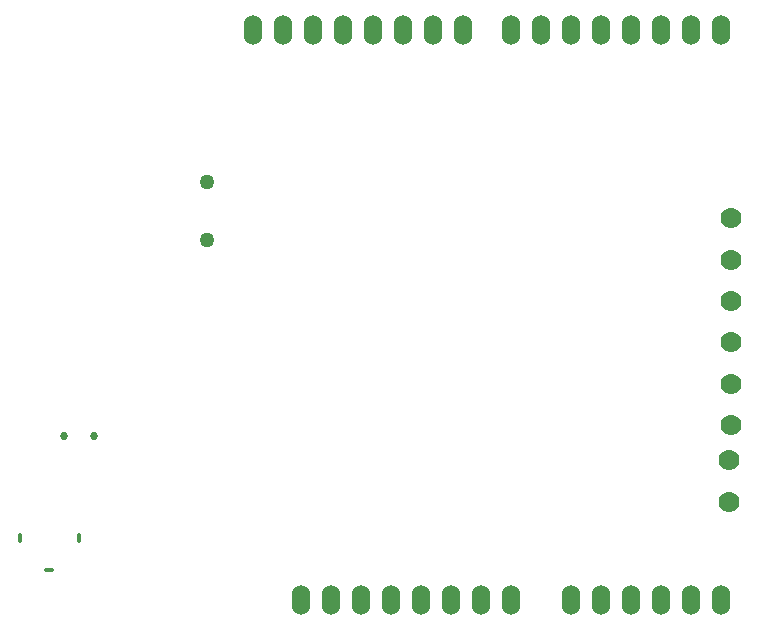
<source format=gbs>
G04 (created by PCBNEW (2013-07-07 BZR 4022)-stable) date 8/20/2014 4:29:51 PM*
%MOIN*%
G04 Gerber Fmt 3.4, Leading zero omitted, Abs format*
%FSLAX34Y34*%
G01*
G70*
G90*
G04 APERTURE LIST*
%ADD10C,0.00590551*%
%ADD11O,0.06X0.1*%
%ADD12O,0.011811X0.0393701*%
%ADD13O,0.0393701X0.011811*%
%ADD14C,0.0271654*%
%ADD15C,0.05*%
%ADD16C,0.07*%
G04 APERTURE END LIST*
G54D10*
G54D11*
X75852Y-26535D03*
X74852Y-26535D03*
X73852Y-26535D03*
X72852Y-26535D03*
X71852Y-26535D03*
X70852Y-26535D03*
X69852Y-26535D03*
X68852Y-26535D03*
X73452Y-45535D03*
X72452Y-45535D03*
X71452Y-45535D03*
X70452Y-45535D03*
X74452Y-45535D03*
X75452Y-45535D03*
X76452Y-45535D03*
X77452Y-45535D03*
X79452Y-45535D03*
X80452Y-45535D03*
X81452Y-45535D03*
X82452Y-45535D03*
X83452Y-45535D03*
X84452Y-45535D03*
X84452Y-26535D03*
X83452Y-26535D03*
X82452Y-26535D03*
X81452Y-26535D03*
X80452Y-26535D03*
X79452Y-26535D03*
X78452Y-26535D03*
X77452Y-26535D03*
G54D12*
X61082Y-43484D03*
G54D13*
X62066Y-44547D03*
G54D12*
X63051Y-43484D03*
G54D14*
X62539Y-40070D03*
X63547Y-40074D03*
G54D15*
X67326Y-31602D03*
X67326Y-33523D03*
G54D16*
X84771Y-32813D03*
X84771Y-34191D03*
X84771Y-35569D03*
X84771Y-36947D03*
X84771Y-38325D03*
X84771Y-39703D03*
X84732Y-40876D03*
X84732Y-42254D03*
M02*

</source>
